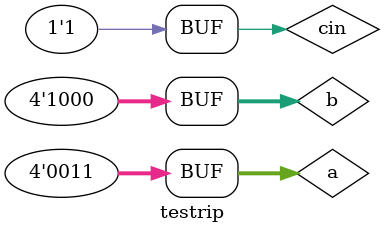
<source format=v>
`include "ripplecarry.v"

module testrip;

reg [3:0] a,b;
reg cin;
wire [3:0] s;
wire cout;

ripplecarry r1(s,cout,a,b,cin);

initial
begin
$monitor($time," a=%b, b=%b, cin=%b, s=%b, cout=%b",a,b,cin,s,cout);
a = 4'b0111; b = 4'b1000; cin = 1'b0;
#1 a = 4'b1111; b = 4'b1000; cin = 1'b1;
#1 a = 4'b0111; b = 4'b1000; cin = 1'b1;
#1 a = 4'b0011; b = 4'b1000; cin = 1'b1;
end

endmodule
</source>
